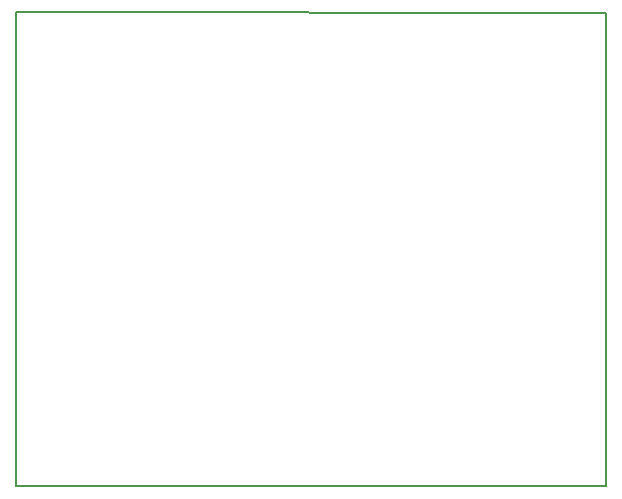
<source format=gm1>
G04 #@! TF.GenerationSoftware,KiCad,Pcbnew,5.99.0+really5.1.10+dfsg1-1*
G04 #@! TF.CreationDate,2021-12-28T19:21:21+02:00*
G04 #@! TF.ProjectId,components_main_board,636f6d70-6f6e-4656-9e74-735f6d61696e,V0.1*
G04 #@! TF.SameCoordinates,Original*
G04 #@! TF.FileFunction,Profile,NP*
%FSLAX46Y46*%
G04 Gerber Fmt 4.6, Leading zero omitted, Abs format (unit mm)*
G04 Created by KiCad (PCBNEW 5.99.0+really5.1.10+dfsg1-1) date 2021-12-28 19:21:21*
%MOMM*%
%LPD*%
G01*
G04 APERTURE LIST*
G04 #@! TA.AperFunction,Profile*
%ADD10C,0.150000*%
G04 #@! TD*
G04 APERTURE END LIST*
D10*
X239787200Y-129600000D02*
X189800000Y-129600000D01*
X239787200Y-89493400D02*
X239787200Y-129600000D01*
X189800000Y-89468000D02*
X239787200Y-89493400D01*
X189800000Y-129600000D02*
X189800000Y-89468000D01*
M02*

</source>
